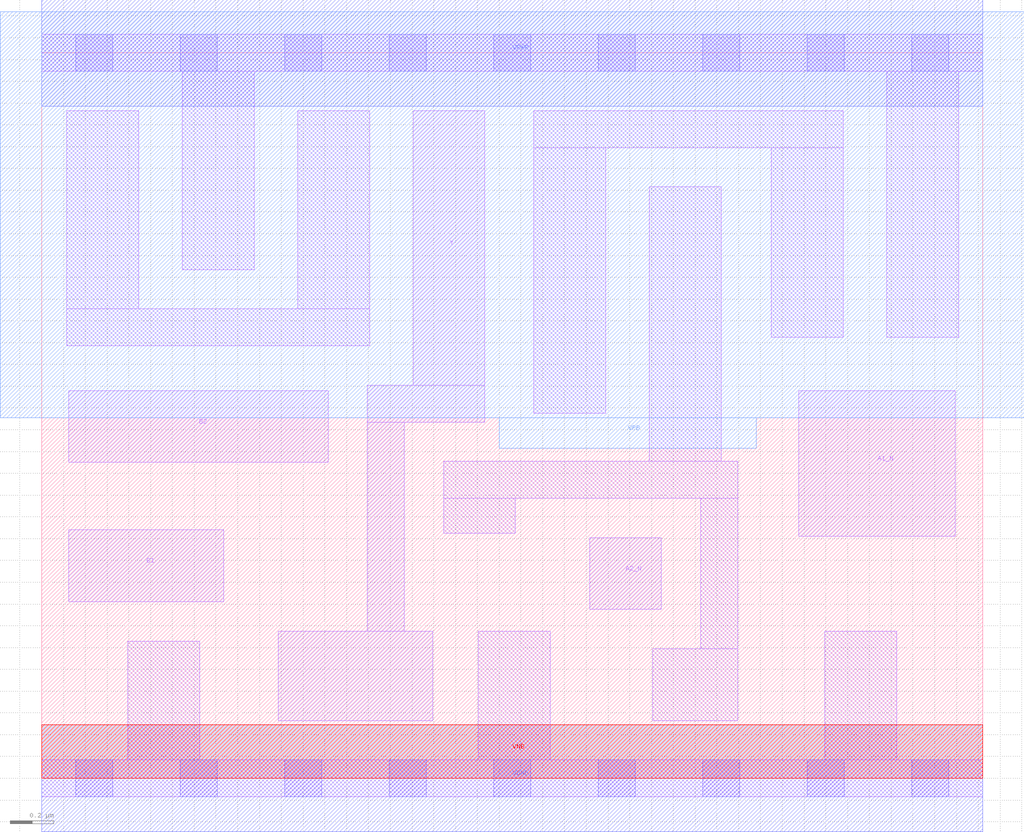
<source format=lef>
# Copyright 2020 The SkyWater PDK Authors
#
# Licensed under the Apache License, Version 2.0 (the "License");
# you may not use this file except in compliance with the License.
# You may obtain a copy of the License at
#
#     https://www.apache.org/licenses/LICENSE-2.0
#
# Unless required by applicable law or agreed to in writing, software
# distributed under the License is distributed on an "AS IS" BASIS,
# WITHOUT WARRANTIES OR CONDITIONS OF ANY KIND, either express or implied.
# See the License for the specific language governing permissions and
# limitations under the License.
#
# SPDX-License-Identifier: Apache-2.0

VERSION 5.7 ;
  NOWIREEXTENSIONATPIN ON ;
  DIVIDERCHAR "/" ;
  BUSBITCHARS "[]" ;
MACRO sky130_fd_sc_lp__a2bb2oi_lp
  CLASS CORE ;
  FOREIGN sky130_fd_sc_lp__a2bb2oi_lp ;
  ORIGIN  0.000000  0.000000 ;
  SIZE  4.320000 BY  3.330000 ;
  SYMMETRY X Y R90 ;
  SITE unit ;
  PIN A1_N
    ANTENNAGATEAREA  0.376000 ;
    DIRECTION INPUT ;
    USE SIGNAL ;
    PORT
      LAYER li1 ;
        RECT 3.475000 1.110000 4.195000 1.780000 ;
    END
  END A1_N
  PIN A2_N
    ANTENNAGATEAREA  0.376000 ;
    DIRECTION INPUT ;
    USE SIGNAL ;
    PORT
      LAYER li1 ;
        RECT 2.515000 0.775000 2.845000 1.105000 ;
    END
  END A2_N
  PIN B1
    ANTENNAGATEAREA  0.313000 ;
    DIRECTION INPUT ;
    USE SIGNAL ;
    PORT
      LAYER li1 ;
        RECT 0.125000 0.810000 0.835000 1.140000 ;
    END
  END B1
  PIN B2
    ANTENNAGATEAREA  0.313000 ;
    DIRECTION INPUT ;
    USE SIGNAL ;
    PORT
      LAYER li1 ;
        RECT 0.125000 1.450000 1.315000 1.780000 ;
    END
  END B2
  PIN Y
    ANTENNADIFFAREA  0.397600 ;
    DIRECTION OUTPUT ;
    USE SIGNAL ;
    PORT
      LAYER li1 ;
        RECT 1.085000 0.265000 1.795000 0.675000 ;
        RECT 1.495000 0.675000 1.665000 1.635000 ;
        RECT 1.495000 1.635000 2.035000 1.805000 ;
        RECT 1.705000 1.805000 2.035000 3.065000 ;
    END
  END Y
  PIN VGND
    DIRECTION INOUT ;
    USE GROUND ;
    PORT
      LAYER met1 ;
        RECT 0.000000 -0.245000 4.320000 0.245000 ;
    END
  END VGND
  PIN VNB
    DIRECTION INOUT ;
    USE GROUND ;
    PORT
      LAYER pwell ;
        RECT 0.000000 0.000000 4.320000 0.245000 ;
    END
  END VNB
  PIN VPB
    DIRECTION INOUT ;
    USE POWER ;
    PORT
      LAYER nwell ;
        RECT -0.190000 1.655000 4.510000 3.520000 ;
        RECT  2.100000 1.515000 3.280000 1.655000 ;
    END
  END VPB
  PIN VPWR
    DIRECTION INOUT ;
    USE POWER ;
    PORT
      LAYER met1 ;
        RECT 0.000000 3.085000 4.320000 3.575000 ;
    END
  END VPWR
  OBS
    LAYER li1 ;
      RECT 0.000000 -0.085000 4.320000 0.085000 ;
      RECT 0.000000  3.245000 4.320000 3.415000 ;
      RECT 0.115000  1.985000 1.505000 2.155000 ;
      RECT 0.115000  2.155000 0.445000 3.065000 ;
      RECT 0.395000  0.085000 0.725000 0.630000 ;
      RECT 0.645000  2.335000 0.975000 3.245000 ;
      RECT 1.175000  2.155000 1.505000 3.065000 ;
      RECT 1.845000  1.125000 2.175000 1.285000 ;
      RECT 1.845000  1.285000 3.195000 1.455000 ;
      RECT 2.005000  0.085000 2.335000 0.675000 ;
      RECT 2.260000  1.675000 2.590000 2.895000 ;
      RECT 2.260000  2.895000 3.680000 3.065000 ;
      RECT 2.790000  1.455000 3.120000 2.715000 ;
      RECT 2.805000  0.265000 3.195000 0.595000 ;
      RECT 3.025000  0.595000 3.195000 1.285000 ;
      RECT 3.350000  2.025000 3.680000 2.895000 ;
      RECT 3.595000  0.085000 3.925000 0.675000 ;
      RECT 3.880000  2.025000 4.210000 3.245000 ;
    LAYER mcon ;
      RECT 0.155000 -0.085000 0.325000 0.085000 ;
      RECT 0.155000  3.245000 0.325000 3.415000 ;
      RECT 0.635000 -0.085000 0.805000 0.085000 ;
      RECT 0.635000  3.245000 0.805000 3.415000 ;
      RECT 1.115000 -0.085000 1.285000 0.085000 ;
      RECT 1.115000  3.245000 1.285000 3.415000 ;
      RECT 1.595000 -0.085000 1.765000 0.085000 ;
      RECT 1.595000  3.245000 1.765000 3.415000 ;
      RECT 2.075000 -0.085000 2.245000 0.085000 ;
      RECT 2.075000  3.245000 2.245000 3.415000 ;
      RECT 2.555000 -0.085000 2.725000 0.085000 ;
      RECT 2.555000  3.245000 2.725000 3.415000 ;
      RECT 3.035000 -0.085000 3.205000 0.085000 ;
      RECT 3.035000  3.245000 3.205000 3.415000 ;
      RECT 3.515000 -0.085000 3.685000 0.085000 ;
      RECT 3.515000  3.245000 3.685000 3.415000 ;
      RECT 3.995000 -0.085000 4.165000 0.085000 ;
      RECT 3.995000  3.245000 4.165000 3.415000 ;
  END
END sky130_fd_sc_lp__a2bb2oi_lp
END LIBRARY

</source>
